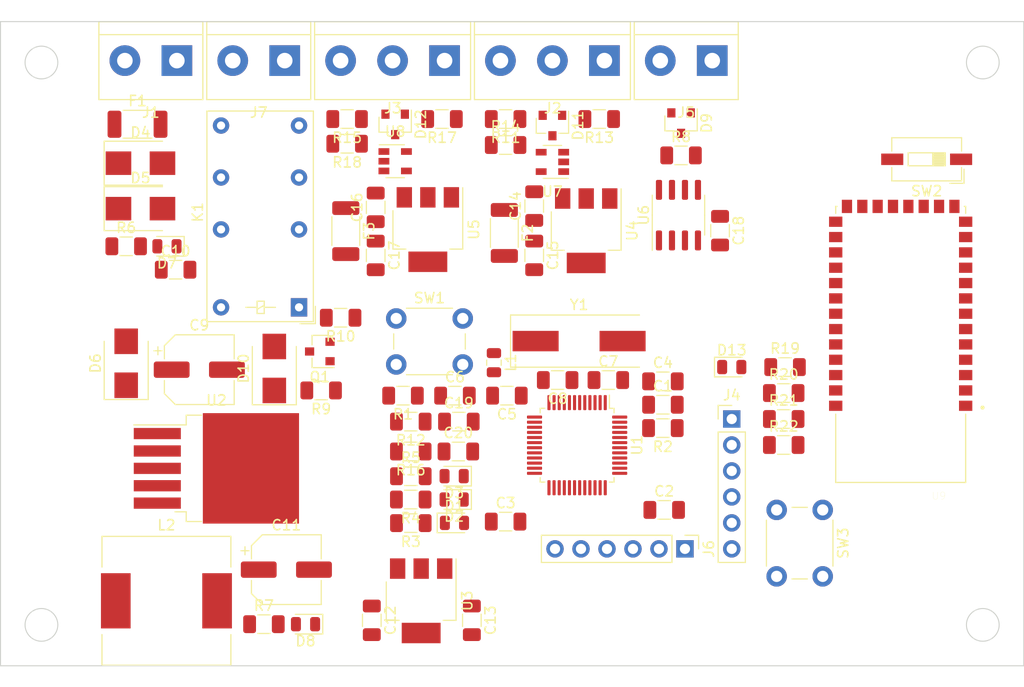
<source format=kicad_pcb>
(kicad_pcb (version 20171130) (host pcbnew "(5.1.9)-1")
  (layers (0 F.Cu signal) (31 B.Cu signal) (34 B.Paste user) (35 F.Paste user) (36 B.SilkS user) (37 F.SilkS user) (38 B.Mask user) (39 F.Mask user) (44 Edge.Cuts user))
  (net 0 "")
  (net 1 SW_GND)
  (net 2 3V3_SYS)
  (net 3 3V3_A)
  (net 4 NRST)
  (net 5 XTAL1)
  (net 6 XTAL2)
  (net 7 +24V)
  (net 8 +5V)
  (net 9 "Net-(C15-Pad1)")
  (net 10 "Net-(C17-Pad1)")
  (net 11 Ain0)
  (net 12 Ain1)
  (net 13 Led3)
  (net 14 "Net-(D1-Pad2)")
  (net 15 Led2)
  (net 16 "Net-(D2-Pad2)")
  (net 17 "Net-(D3-Pad2)")
  (net 18 Led1)
  (net 19 "Net-(D6-Pad1)")
  (net 20 "Net-(D7-Pad2)")
  (net 21 "Net-(D8-Pad2)")
  (net 22 CAN_H)
  (net 23 CAN_L)
  (net 24 "Net-(D10-Pad1)")
  (net 25 "Net-(D11-Pad1)")
  (net 26 "Net-(D11-Pad3)")
  (net 27 "Net-(D12-Pad3)")
  (net 28 3V3_POT2)
  (net 29 "Net-(D13-Pad2)")
  (net 30 "Net-(F1-Pad2)")
  (net 31 3V3_POT1)
  (net 32 "Net-(J2-Pad3)")
  (net 33 "Net-(J2-Pad1)")
  (net 34 "Net-(J3-Pad1)")
  (net 35 "Net-(J3-Pad3)")
  (net 36 BT_TX)
  (net 37 BT_RX)
  (net 38 BT_KEY)
  (net 39 BT_LED)
  (net 40 SWCLK)
  (net 41 SWDIO)
  (net 42 "Net-(J6-Pad6)")
  (net 43 SAFETY2)
  (net 44 SAFETY1)
  (net 45 "Net-(K1-Pad21)")
  (net 46 "Net-(K1-Pad22)")
  (net 47 "Net-(K1-Pad24)")
  (net 48 "Net-(K1-Pad12)")
  (net 49 "Net-(Q1-Pad1)")
  (net 50 "Net-(R2-Pad2)")
  (net 51 EN_RELAY)
  (net 52 "Net-(R12-Pad2)")
  (net 53 "Net-(R14-Pad2)")
  (net 54 "Net-(R16-Pad2)")
  (net 55 "Net-(R18-Pad2)")
  (net 56 "Net-(R19-Pad2)")
  (net 57 "Net-(R20-Pad2)")
  (net 58 "Net-(R21-Pad2)")
  (net 59 "Net-(SW2-Pad1)")
  (net 60 "Net-(U1-Pad2)")
  (net 61 "Net-(U1-Pad3)")
  (net 62 "Net-(U1-Pad4)")
  (net 63 "Net-(U1-Pad10)")
  (net 64 "Net-(U1-Pad18)")
  (net 65 "Net-(U1-Pad19)")
  (net 66 "Net-(U1-Pad20)")
  (net 67 "Net-(U1-Pad21)")
  (net 68 "Net-(U1-Pad22)")
  (net 69 "Net-(U1-Pad25)")
  (net 70 "Net-(U1-Pad26)")
  (net 71 "Net-(U1-Pad27)")
  (net 72 "Net-(U1-Pad28)")
  (net 73 "Net-(U1-Pad29)")
  (net 74 CAN_RX)
  (net 75 CAN_TX)
  (net 76 "Net-(U1-Pad38)")
  (net 77 "Net-(U1-Pad39)")
  (net 78 "Net-(U1-Pad46)")
  (net 79 "Net-(U7-Pad5)")
  (net 80 "Net-(U9-Pad11)")
  (net 81 "Net-(U9-Pad10)")
  (net 82 "Net-(U9-Pad9)")
  (net 83 "Net-(U9-Pad8)")
  (net 84 "Net-(U9-Pad7)")
  (net 85 "Net-(U9-Pad6)")
  (net 86 "Net-(U9-Pad5)")
  (net 87 "Net-(U9-Pad4)")
  (net 88 "Net-(U9-Pad3)")
  (net 89 "Net-(U9-Pad33)")
  (net 90 "Net-(U9-Pad30)")
  (net 91 "Net-(U9-Pad29)")
  (net 92 "Net-(U9-Pad28)")
  (net 93 "Net-(U9-Pad27)")
  (net 94 "Net-(U9-Pad26)")
  (net 95 "Net-(U9-Pad25)")
  (net 96 "Net-(U9-Pad24)")
  (net 97 "Net-(U9-Pad23)")
  (net 98 "Net-(U9-Pad20)")
  (net 99 "Net-(U9-Pad19)")
  (net 100 "Net-(U9-Pad18)")
  (net 101 "Net-(U9-Pad16)")
  (net 102 "Net-(U9-Pad15)")
  (net 103 "Net-(U9-Pad17)")
  (net 104 "Net-(U1-Pad13)")
  (net 105 "Net-(U1-Pad14)")
  (net 106 "Net-(U1-Pad30)")
  (net 107 "Net-(U1-Pad31)")
  (module Fuse:Fuse_2010_5025Metric (layer F.Cu) (at 105.791 73.061 270)
    (fp_text reference F3 (at 0 -2.28 90) (layer F.SilkS))
    (fp_text value Fuse)
    (pad 2 smd roundrect (at 2.25 0 270) (size 1.35 2.65) (layers F.Cu F.Paste F.Mask) (roundrect_rratio 0.185185) (net 10 "Net-(C17-Pad1)"))
    (pad 1 smd roundrect (at -2.25 0 270) (size 1.35 2.65) (layers F.Cu F.Paste F.Mask) (roundrect_rratio 0.185185) (net 28 3V3_POT2))
  )
  (module Fuse:Fuse_2010_5025Metric (layer F.Cu) (at 121.285 73.243 270)
    (fp_text reference F2 (at 0 -2.28 90) (layer F.SilkS))
    (fp_text value Fuse)
    (pad 2 smd roundrect (at 2.25 0 270) (size 1.35 2.65) (layers F.Cu F.Paste F.Mask) (roundrect_rratio 0.185185) (net 9 "Net-(C15-Pad1)"))
    (pad 1 smd roundrect (at -2.25 0 270) (size 1.35 2.65) (layers F.Cu F.Paste F.Mask) (roundrect_rratio 0.185185) (net 31 3V3_POT1))
  )
  (module Fuse:Fuse_2010_5025Metric (layer F.Cu) (at 85.435 62.611)
    (fp_text reference F1 (at 0 -2.28) (layer F.SilkS))
    (fp_text value 500mA)
    (pad 2 smd roundrect (at 2.25 0) (size 1.35 2.65) (layers F.Cu F.Paste F.Mask) (roundrect_rratio 0.185185) (net 30 "Net-(F1-Pad2)"))
    (pad 1 smd roundrect (at -2.25 0) (size 1.35 2.65) (layers F.Cu F.Paste F.Mask) (roundrect_rratio 0.185185) (net 7 +24V))
  )
  (module Capacitor_SMD:C_1206_3216Metric (layer F.Cu) (at 136.782 90.043)
    (fp_text reference C1 (at 0 -1.82) (layer F.SilkS))
    (fp_text value 100nF)
    (pad 2 smd roundrect (at 1.4 0) (size 1.25 1.75) (layers F.Cu F.Paste F.Mask) (roundrect_rratio 0.2) (net 1 SW_GND))
    (pad 1 smd roundrect (at -1.4 0) (size 1.25 1.75) (layers F.Cu F.Paste F.Mask) (roundrect_rratio 0.2) (net 2 3V3_SYS))
  )
  (module Capacitor_SMD:C_1206_3216Metric (layer F.Cu) (at 136.909 100.33)
    (fp_text reference C2 (at 0 -1.82) (layer F.SilkS))
    (fp_text value 100nF)
    (pad 2 smd roundrect (at 1.4 0) (size 1.25 1.75) (layers F.Cu F.Paste F.Mask) (roundrect_rratio 0.2) (net 1 SW_GND))
    (pad 1 smd roundrect (at -1.4 0) (size 1.25 1.75) (layers F.Cu F.Paste F.Mask) (roundrect_rratio 0.2) (net 2 3V3_SYS))
  )
  (module Capacitor_SMD:C_1206_3216Metric (layer F.Cu) (at 121.409 101.473)
    (fp_text reference C3 (at 0 -1.82) (layer F.SilkS))
    (fp_text value 100nF)
    (pad 2 smd roundrect (at 1.4 0) (size 1.25 1.75) (layers F.Cu F.Paste F.Mask) (roundrect_rratio 0.2) (net 1 SW_GND))
    (pad 1 smd roundrect (at -1.4 0) (size 1.25 1.75) (layers F.Cu F.Paste F.Mask) (roundrect_rratio 0.2) (net 2 3V3_SYS))
  )
  (module Capacitor_SMD:C_1206_3216Metric (layer F.Cu) (at 136.782 87.757)
    (fp_text reference C4 (at 0 -1.82) (layer F.SilkS))
    (fp_text value 100nF)
    (pad 1 smd roundrect (at -1.4 0) (size 1.25 1.75) (layers F.Cu F.Paste F.Mask) (roundrect_rratio 0.2) (net 2 3V3_SYS))
    (pad 2 smd roundrect (at 1.4 0) (size 1.25 1.75) (layers F.Cu F.Paste F.Mask) (roundrect_rratio 0.2) (net 1 SW_GND))
  )
  (module Capacitor_SMD:C_1206_3216Metric (layer F.Cu) (at 121.536 89.154 180)
    (fp_text reference C5 (at 0 -1.82) (layer F.SilkS))
    (fp_text value 100nF)
    (pad 1 smd roundrect (at -1.4 0 180) (size 1.25 1.75) (layers F.Cu F.Paste F.Mask) (roundrect_rratio 0.2) (net 3 3V3_A))
    (pad 2 smd roundrect (at 1.4 0 180) (size 1.25 1.75) (layers F.Cu F.Paste F.Mask) (roundrect_rratio 0.2) (net 1 SW_GND))
  )
  (module Capacitor_SMD:C_1206_3216Metric (layer F.Cu) (at 116.459 89.154)
    (fp_text reference C6 (at 0 -1.82) (layer F.SilkS))
    (fp_text value 100nF)
    (pad 1 smd roundrect (at -1.4 0) (size 1.25 1.75) (layers F.Cu F.Paste F.Mask) (roundrect_rratio 0.2) (net 4 NRST))
    (pad 2 smd roundrect (at 1.4 0) (size 1.25 1.75) (layers F.Cu F.Paste F.Mask) (roundrect_rratio 0.2) (net 1 SW_GND))
  )
  (module Capacitor_SMD:C_1206_3216Metric (layer F.Cu) (at 131.448 87.63)
    (fp_text reference C7 (at 0 -1.82) (layer F.SilkS))
    (fp_text value 22pF)
    (pad 2 smd roundrect (at 1.4 0) (size 1.25 1.75) (layers F.Cu F.Paste F.Mask) (roundrect_rratio 0.2) (net 1 SW_GND))
    (pad 1 smd roundrect (at -1.4 0) (size 1.25 1.75) (layers F.Cu F.Paste F.Mask) (roundrect_rratio 0.2) (net 5 XTAL1))
  )
  (module Capacitor_SMD:C_1206_3216Metric (layer F.Cu) (at 126.495 87.63 180)
    (fp_text reference C8 (at 0 -1.82) (layer F.SilkS))
    (fp_text value 22pF)
    (pad 1 smd roundrect (at -1.4 0 180) (size 1.25 1.75) (layers F.Cu F.Paste F.Mask) (roundrect_rratio 0.2) (net 6 XTAL2))
    (pad 2 smd roundrect (at 1.4 0 180) (size 1.25 1.75) (layers F.Cu F.Paste F.Mask) (roundrect_rratio 0.2) (net 1 SW_GND))
  )
  (module Capacitor_SMD:CP_Elec_6.3x7.7 (layer F.Cu) (at 91.473 86.614)
    (fp_text reference C9 (at 0 -4.35) (layer F.SilkS))
    (fp_text value 100u)
    (pad 1 smd roundrect (at -2.7 0) (size 3.5 1.6) (layers F.Cu F.Paste F.Mask) (roundrect_rratio 0.15625) (net 7 +24V))
    (pad 2 smd roundrect (at 2.7 0) (size 3.5 1.6) (layers F.Cu F.Paste F.Mask) (roundrect_rratio 0.15625) (net 1 SW_GND))
  )
  (module Capacitor_SMD:C_1206_3216Metric (layer F.Cu) (at 89.157 76.835)
    (fp_text reference C10 (at 0 -1.82) (layer F.SilkS))
    (fp_text value 100nF)
    (pad 2 smd roundrect (at 1.4 0) (size 1.25 1.75) (layers F.Cu F.Paste F.Mask) (roundrect_rratio 0.2) (net 1 SW_GND))
    (pad 1 smd roundrect (at -1.4 0) (size 1.25 1.75) (layers F.Cu F.Paste F.Mask) (roundrect_rratio 0.2) (net 7 +24V))
  )
  (module Capacitor_SMD:CP_Elec_6.3x7.7 (layer F.Cu) (at 99.982 106.172)
    (fp_text reference C11 (at 0 -4.35) (layer F.SilkS))
    (fp_text value 220u)
    (pad 2 smd roundrect (at 2.7 0) (size 3.5 1.6) (layers F.Cu F.Paste F.Mask) (roundrect_rratio 0.15625) (net 1 SW_GND))
    (pad 1 smd roundrect (at -2.7 0) (size 3.5 1.6) (layers F.Cu F.Paste F.Mask) (roundrect_rratio 0.15625) (net 8 +5V))
  )
  (module Capacitor_SMD:C_1206_3216Metric (layer F.Cu) (at 108.331 111.128 270)
    (fp_text reference C12 (at 0 -1.82 90) (layer F.SilkS))
    (fp_text value 100nF)
    (pad 1 smd roundrect (at -1.4 0 270) (size 1.25 1.75) (layers F.Cu F.Paste F.Mask) (roundrect_rratio 0.2) (net 8 +5V))
    (pad 2 smd roundrect (at 1.4 0 270) (size 1.25 1.75) (layers F.Cu F.Paste F.Mask) (roundrect_rratio 0.2) (net 1 SW_GND))
  )
  (module Capacitor_SMD:C_1206_3216Metric (layer F.Cu) (at 118.11 111.128 270)
    (fp_text reference C13 (at 0 -1.82 90) (layer F.SilkS))
    (fp_text value 100nF)
    (pad 2 smd roundrect (at 1.4 0 270) (size 1.25 1.75) (layers F.Cu F.Paste F.Mask) (roundrect_rratio 0.2) (net 1 SW_GND))
    (pad 1 smd roundrect (at -1.4 0 270) (size 1.25 1.75) (layers F.Cu F.Paste F.Mask) (roundrect_rratio 0.2) (net 2 3V3_SYS))
  )
  (module Capacitor_SMD:C_1206_3216Metric (layer F.Cu) (at 124.206 70.615 90)
    (fp_text reference C14 (at 0 -1.82 90) (layer F.SilkS))
    (fp_text value 100nF)
    (pad 2 smd roundrect (at 1.4 0 90) (size 1.25 1.75) (layers F.Cu F.Paste F.Mask) (roundrect_rratio 0.2) (net 1 SW_GND))
    (pad 1 smd roundrect (at -1.4 0 90) (size 1.25 1.75) (layers F.Cu F.Paste F.Mask) (roundrect_rratio 0.2) (net 8 +5V))
  )
  (module Capacitor_SMD:C_1206_3216Metric (layer F.Cu) (at 124.206 75.435 270)
    (fp_text reference C15 (at 0 -1.82 90) (layer F.SilkS))
    (fp_text value 100nF)
    (pad 1 smd roundrect (at -1.4 0 270) (size 1.25 1.75) (layers F.Cu F.Paste F.Mask) (roundrect_rratio 0.2) (net 9 "Net-(C15-Pad1)"))
    (pad 2 smd roundrect (at 1.4 0 270) (size 1.25 1.75) (layers F.Cu F.Paste F.Mask) (roundrect_rratio 0.2) (net 1 SW_GND))
  )
  (module Capacitor_SMD:C_1206_3216Metric (layer F.Cu) (at 108.712 70.742 90)
    (fp_text reference C16 (at 0 -1.82 90) (layer F.SilkS))
    (fp_text value 100nF)
    (pad 1 smd roundrect (at -1.4 0 90) (size 1.25 1.75) (layers F.Cu F.Paste F.Mask) (roundrect_rratio 0.2) (net 8 +5V))
    (pad 2 smd roundrect (at 1.4 0 90) (size 1.25 1.75) (layers F.Cu F.Paste F.Mask) (roundrect_rratio 0.2) (net 1 SW_GND))
  )
  (module Capacitor_SMD:C_1206_3216Metric (layer F.Cu) (at 108.712 75.441 270)
    (fp_text reference C17 (at 0 -1.82 90) (layer F.SilkS))
    (fp_text value 100nF)
    (pad 1 smd roundrect (at -1.4 0 270) (size 1.25 1.75) (layers F.Cu F.Paste F.Mask) (roundrect_rratio 0.2) (net 10 "Net-(C17-Pad1)"))
    (pad 2 smd roundrect (at 1.4 0 270) (size 1.25 1.75) (layers F.Cu F.Paste F.Mask) (roundrect_rratio 0.2) (net 1 SW_GND))
  )
  (module Capacitor_SMD:C_1206_3216Metric (layer F.Cu) (at 142.367 73.022 270)
    (fp_text reference C18 (at 0 -1.82 90) (layer F.SilkS))
    (fp_text value 100nF)
    (pad 2 smd roundrect (at 1.4 0 270) (size 1.25 1.75) (layers F.Cu F.Paste F.Mask) (roundrect_rratio 0.2) (net 1 SW_GND))
    (pad 1 smd roundrect (at -1.4 0 270) (size 1.25 1.75) (layers F.Cu F.Paste F.Mask) (roundrect_rratio 0.2) (net 8 +5V))
  )
  (module Capacitor_SMD:C_1206_3216Metric (layer F.Cu) (at 116.84 91.694)
    (fp_text reference C19 (at 0 -1.82) (layer F.SilkS))
    (fp_text value 100n)
    (pad 2 smd roundrect (at 1.4 0) (size 1.25 1.75) (layers F.Cu F.Paste F.Mask) (roundrect_rratio 0.2) (net 1 SW_GND))
    (pad 1 smd roundrect (at -1.4 0) (size 1.25 1.75) (layers F.Cu F.Paste F.Mask) (roundrect_rratio 0.2) (net 11 Ain0))
  )
  (module Capacitor_SMD:C_1206_3216Metric (layer F.Cu) (at 116.791001 94.617001)
    (fp_text reference C20 (at 0 -1.82) (layer F.SilkS))
    (fp_text value 100n)
    (pad 2 smd roundrect (at 1.4 0) (size 1.25 1.75) (layers F.Cu F.Paste F.Mask) (roundrect_rratio 0.2) (net 1 SW_GND))
    (pad 1 smd roundrect (at -1.4 0) (size 1.25 1.75) (layers F.Cu F.Paste F.Mask) (roundrect_rratio 0.2) (net 12 Ain1))
  )
  (module LED_SMD:LED_0805_2012Metric (layer F.Cu) (at 116.4105 101.6)
    (fp_text reference D1 (at 0 -1.65) (layer F.SilkS))
    (fp_text value LED)
    (pad 1 smd roundrect (at -0.9375 0) (size 0.975 1.4) (layers F.Cu F.Paste F.Mask) (net 13 Led3))
    (pad 2 smd roundrect (at 0.9375 0) (size 0.975 1.4) (layers F.Cu F.Paste F.Mask) (net 14 "Net-(D1-Pad2)"))
  )
  (module LED_SMD:LED_0805_2012Metric (layer F.Cu) (at 116.3805 99.314 180)
    (fp_text reference D2 (at 0 -1.65) (layer F.SilkS))
    (fp_text value LED)
    (pad 1 smd roundrect (at -0.9375 0 180) (size 0.975 1.4) (layers F.Cu F.Paste F.Mask) (net 15 Led2))
    (pad 2 smd roundrect (at 0.9375 0 180) (size 0.975 1.4) (layers F.Cu F.Paste F.Mask) (net 16 "Net-(D2-Pad2)"))
  )
  (module LED_SMD:LED_0805_2012Metric (layer F.Cu) (at 116.3805 97.028 180)
    (fp_text reference D3 (at 0 -1.65) (layer F.SilkS))
    (fp_text value LED)
    (pad 2 smd roundrect (at 0.9375 0 180) (size 0.975 1.4) (layers F.Cu F.Paste F.Mask) (net 17 "Net-(D3-Pad2)"))
    (pad 1 smd roundrect (at -0.9375 0 180) (size 0.975 1.4) (layers F.Cu F.Paste F.Mask) (net 18 Led1))
  )
  (module Diode_SMD:D_SMB (layer F.Cu) (at 85.725 66.421)
    (fp_text reference D4 (at 0 -3) (layer F.SilkS))
    (fp_text value 30V)
    (pad 2 smd rect (at 2.15 0) (size 2.5 2.3) (layers F.Cu F.Paste F.Mask) (net 1 SW_GND))
    (pad 1 smd rect (at -2.15 0) (size 2.5 2.3) (layers F.Cu F.Paste F.Mask) (net 7 +24V))
  )
  (module Diode_SMD:D_SMB (layer F.Cu) (at 85.725 70.866)
    (fp_text reference D5 (at 0 -3) (layer F.SilkS))
    (fp_text value "Fast diode")
    (pad 1 smd rect (at -2.15 0) (size 2.5 2.3) (layers F.Cu F.Paste F.Mask) (net 7 +24V))
    (pad 2 smd rect (at 2.15 0) (size 2.5 2.3) (layers F.Cu F.Paste F.Mask) (net 1 SW_GND))
  )
  (module Diode_SMD:D_SMB (layer F.Cu) (at 84.328 85.988 90)
    (fp_text reference D6 (at 0 -3 90) (layer F.SilkS))
    (fp_text value D_Schottky)
    (pad 1 smd rect (at -2.15 0 90) (size 2.5 2.3) (layers F.Cu F.Paste F.Mask) (net 19 "Net-(D6-Pad1)"))
    (pad 2 smd rect (at 2.15 0 90) (size 2.5 2.3) (layers F.Cu F.Paste F.Mask) (net 1 SW_GND))
  )
  (module LED_SMD:LED_0805_2012Metric (layer F.Cu) (at 88.3135 74.549 180)
    (fp_text reference D7 (at 0 -1.65) (layer F.SilkS))
    (fp_text value LED)
    (pad 1 smd roundrect (at -0.9375 0 180) (size 0.975 1.4) (layers F.Cu F.Paste F.Mask) (net 1 SW_GND))
    (pad 2 smd roundrect (at 0.9375 0 180) (size 0.975 1.4) (layers F.Cu F.Paste F.Mask) (net 20 "Net-(D7-Pad2)"))
  )
  (module LED_SMD:LED_0805_2012Metric (layer F.Cu) (at 101.854 111.506 180)
    (fp_text reference D8 (at 0 -1.65) (layer F.SilkS))
    (fp_text value LED)
    (pad 2 smd roundrect (at 0.9375 0 180) (size 0.975 1.4) (layers F.Cu F.Paste F.Mask) (net 21 "Net-(D8-Pad2)"))
    (pad 1 smd roundrect (at -0.9375 0 180) (size 0.975 1.4) (layers F.Cu F.Paste F.Mask) (net 1 SW_GND))
  )
  (module Package_TO_SOT_SMD:SOT-23 (layer F.Cu) (at 138.557 62.5 270)
    (fp_text reference D9 (at 0 -2.5 90) (layer F.SilkS))
    (fp_text value PESD2CAN.215)
    (pad 3 smd rect (at 1 0 270) (size 0.9 0.8) (layers F.Cu F.Paste F.Mask) (net 1 SW_GND))
    (pad 2 smd rect (at -1 0.95 270) (size 0.9 0.8) (layers F.Cu F.Paste F.Mask) (net 22 CAN_H))
    (pad 1 smd rect (at -1 -0.95 270) (size 0.9 0.8) (layers F.Cu F.Paste F.Mask) (net 23 CAN_L))
  )
  (module Diode_SMD:D_SMB (layer F.Cu) (at 98.806 86.496 90)
    (fp_text reference D10 (at 0 -3 90) (layer F.SilkS))
    (fp_text value DIODE)
    (pad 2 smd rect (at 2.15 0 90) (size 2.5 2.3) (layers F.Cu F.Paste F.Mask) (net 8 +5V))
    (pad 1 smd rect (at -2.15 0 90) (size 2.5 2.3) (layers F.Cu F.Paste F.Mask) (net 24 "Net-(D10-Pad1)"))
  )
  (module Package_TO_SOT_SMD:SOT-23 (layer F.Cu) (at 125.984 62.738 270)
    (fp_text reference D11 (at 0 -2.5 90) (layer F.SilkS))
    (fp_text value D_TVS_x2_AAC)
    (pad 1 smd rect (at -1 -0.95 270) (size 0.9 0.8) (layers F.Cu F.Paste F.Mask) (net 25 "Net-(D11-Pad1)"))
    (pad 2 smd rect (at -1 0.95 270) (size 0.9 0.8) (layers F.Cu F.Paste F.Mask) (net 1 SW_GND))
    (pad 3 smd rect (at 1 0 270) (size 0.9 0.8) (layers F.Cu F.Paste F.Mask) (net 26 "Net-(D11-Pad3)"))
  )
  (module Package_TO_SOT_SMD:SOT-23 (layer F.Cu) (at 110.617 62.627 270)
    (fp_text reference D12 (at 0 -2.5 90) (layer F.SilkS))
    (fp_text value D_TVS_x2_AAC)
    (pad 3 smd rect (at 1 0 270) (size 0.9 0.8) (layers F.Cu F.Paste F.Mask) (net 27 "Net-(D12-Pad3)"))
    (pad 2 smd rect (at -1 0.95 270) (size 0.9 0.8) (layers F.Cu F.Paste F.Mask) (net 1 SW_GND))
    (pad 1 smd rect (at -1 -0.95 270) (size 0.9 0.8) (layers F.Cu F.Paste F.Mask) (net 28 3V3_POT2))
  )
  (module Diode_SMD:D_0805_2012Metric (layer F.Cu) (at 143.51 86.36)
    (fp_text reference D13 (at 0 -1.65) (layer F.SilkS))
    (fp_text value LED)
    (pad 1 smd roundrect (at -0.9375 0) (size 0.975 1.4) (layers F.Cu F.Paste F.Mask) (net 1 SW_GND))
    (pad 2 smd roundrect (at 0.9375 0) (size 0.975 1.4) (layers F.Cu F.Paste F.Mask) (net 29 "Net-(D13-Pad2)"))
  )
  (module TerminalBlock:TerminalBlock_bornier-2_P5.08mm (layer F.Cu) (at 89.281 56.388 180)
    (fp_text reference J1 (at 2.54 -5.08) (layer F.SilkS))
    (fp_text value Screw_Terminal_01x02)
    (pad 1 thru_hole rect (at 0 0 180) (size 3 3) (drill 1.52) (layers *.Cu *.Mask) (net 1 SW_GND))
    (pad 2 thru_hole circle (at 5.08 0 180) (size 3 3) (drill 1.52) (layers *.Cu *.Mask) (net 30 "Net-(F1-Pad2)"))
  )
  (module TerminalBlock:TerminalBlock_bornier-3_P5.08mm (layer F.Cu) (at 131.064 56.388 180)
    (fp_text reference J2 (at 5.05 -4.65) (layer F.SilkS))
    (fp_text value Screw_Terminal_01x03)
    (pad 3 thru_hole circle (at 10.16 0 180) (size 3 3) (drill 1.52) (layers *.Cu *.Mask) (net 32 "Net-(J2-Pad3)"))
    (pad 2 thru_hole circle (at 5.08 0 180) (size 3 3) (drill 1.52) (layers *.Cu *.Mask) (net 26 "Net-(D11-Pad3)"))
    (pad 1 thru_hole rect (at 0 0 180) (size 3 3) (drill 1.52) (layers *.Cu *.Mask) (net 33 "Net-(J2-Pad1)"))
  )
  (module TerminalBlock:TerminalBlock_bornier-3_P5.08mm (layer F.Cu) (at 115.443 56.388 180)
    (fp_text reference J3 (at 5.05 -4.65) (layer F.SilkS))
    (fp_text value Screw_Terminal_01x03)
    (pad 1 thru_hole rect (at 0 0 180) (size 3 3) (drill 1.52) (layers *.Cu *.Mask) (net 34 "Net-(J3-Pad1)"))
    (pad 2 thru_hole circle (at 5.08 0 180) (size 3 3) (drill 1.52) (layers *.Cu *.Mask) (net 27 "Net-(D12-Pad3)"))
    (pad 3 thru_hole circle (at 10.16 0 180) (size 3 3) (drill 1.52) (layers *.Cu *.Mask) (net 35 "Net-(J3-Pad3)"))
  )
  (module Connector_PinHeader_2.54mm:PinHeader_1x06_P2.54mm_Vertical (layer F.Cu) (at 143.51 91.44)
    (fp_text reference J4 (at 0 -2.33) (layer F.SilkS))
    (fp_text value Conn_01x06_Male)
    (pad 6 thru_hole oval (at 0 12.7) (size 1.7 1.7) (drill 1) (layers *.Cu *.Mask) (net 2 3V3_SYS))
    (pad 5 thru_hole oval (at 0 10.16) (size 1.7 1.7) (drill 1) (layers *.Cu *.Mask) (net 1 SW_GND))
    (pad 4 thru_hole oval (at 0 7.62) (size 1.7 1.7) (drill 1) (layers *.Cu *.Mask) (net 36 BT_TX))
    (pad 3 thru_hole oval (at 0 5.08) (size 1.7 1.7) (drill 1) (layers *.Cu *.Mask) (net 37 BT_RX))
    (pad 2 thru_hole oval (at 0 2.54) (size 1.7 1.7) (drill 1) (layers *.Cu *.Mask) (net 38 BT_KEY))
    (pad 1 thru_hole rect (at 0 0) (size 1.7 1.7) (drill 1) (layers *.Cu *.Mask) (net 39 BT_LED))
  )
  (module TerminalBlock:TerminalBlock_bornier-2_P5.08mm (layer F.Cu) (at 141.605 56.388 180)
    (fp_text reference J5 (at 2.54 -5.08) (layer F.SilkS))
    (fp_text value Screw_Terminal_01x02)
    (pad 1 thru_hole rect (at 0 0 180) (size 3 3) (drill 1.52) (layers *.Cu *.Mask) (net 23 CAN_L))
    (pad 2 thru_hole circle (at 5.08 0 180) (size 3 3) (drill 1.52) (layers *.Cu *.Mask) (net 22 CAN_H))
  )
  (module Connector_PinHeader_2.54mm:PinHeader_1x06_P2.54mm_Vertical (layer F.Cu) (at 138.938 104.14 270)
    (fp_text reference J6 (at 0 -2.33 90) (layer F.SilkS))
    (fp_text value Conn_01x06_Male)
    (pad 1 thru_hole rect (at 0 0 270) (size 1.7 1.7) (drill 1) (layers *.Cu *.Mask) (net 2 3V3_SYS))
    (pad 2 thru_hole oval (at 0 2.54 270) (size 1.7 1.7) (drill 1) (layers *.Cu *.Mask) (net 40 SWCLK))
    (pad 3 thru_hole oval (at 0 5.08 270) (size 1.7 1.7) (drill 1) (layers *.Cu *.Mask) (net 1 SW_GND))
    (pad 4 thru_hole oval (at 0 7.62 270) (size 1.7 1.7) (drill 1) (layers *.Cu *.Mask) (net 41 SWDIO))
    (pad 5 thru_hole oval (at 0 10.16 270) (size 1.7 1.7) (drill 1) (layers *.Cu *.Mask) (net 4 NRST))
    (pad 6 thru_hole oval (at 0 12.7 270) (size 1.7 1.7) (drill 1) (layers *.Cu *.Mask) (net 42 "Net-(J6-Pad6)"))
  )
  (module TerminalBlock:TerminalBlock_bornier-2_P5.08mm (layer F.Cu) (at 99.822 56.388 180)
    (fp_text reference J7 (at 2.54 -5.08) (layer F.SilkS))
    (fp_text value Screw_Terminal_01x02)
    (pad 2 thru_hole circle (at 5.08 0 180) (size 3 3) (drill 1.52) (layers *.Cu *.Mask) (net 43 SAFETY2))
    (pad 1 thru_hole rect (at 0 0 180) (size 3 3) (drill 1.52) (layers *.Cu *.Mask) (net 44 SAFETY1))
  )
  (module Relay_THT:Relay_DPDT_Finder_30.22 (layer F.Cu) (at 101.219 80.518 90)
    (fp_text reference K1 (at 9.3 -9.9 90) (layer F.SilkS))
    (fp_text value FINDER-30.22)
    (pad 21 thru_hole circle (at 7.62 -7.62 180) (size 1.6 1.6) (drill 0.8) (layers *.Cu *.Mask) (net 45 "Net-(K1-Pad21)"))
    (pad 22 thru_hole circle (at 12.7 -7.62 180) (size 1.6 1.6) (drill 0.8) (layers *.Cu *.Mask) (net 46 "Net-(K1-Pad22)"))
    (pad 24 thru_hole circle (at 17.78 -7.62 270) (size 1.6 1.6) (drill 0.8) (layers *.Cu *.Mask) (net 47 "Net-(K1-Pad24)"))
    (pad A1 thru_hole rect (at 0 0 180) (size 1.6 1.8) (drill 0.8) (layers *.Cu *.Mask) (net 8 +5V))
    (pad A2 thru_hole circle (at 0 -7.62 180) (size 1.6 1.6) (drill 0.8) (layers *.Cu *.Mask) (net 24 "Net-(D10-Pad1)"))
    (pad 11 thru_hole circle (at 7.62 0 180) (size 1.6 1.6) (drill 0.8) (layers *.Cu *.Mask) (net 43 SAFETY2))
    (pad 14 thru_hole circle (at 17.78 0 180) (size 1.6 1.6) (drill 0.8) (layers *.Cu *.Mask) (net 44 SAFETY1))
    (pad 12 thru_hole circle (at 12.7 0 180) (size 1.6 1.6) (drill 0.8) (layers *.Cu *.Mask) (net 48 "Net-(K1-Pad12)"))
  )
  (module Inductor_SMD:L_0805_2012Metric (layer F.Cu) (at 120.269 85.9305 270)
    (fp_text reference L1 (at 0 -1.65 90) (layer F.SilkS))
    (fp_text value 10u)
    (pad 1 smd roundrect (at -0.9375 0 270) (size 0.975 1.4) (layers F.Cu F.Paste F.Mask) (net 2 3V3_SYS))
    (pad 2 smd roundrect (at 0.9375 0 270) (size 0.975 1.4) (layers F.Cu F.Paste F.Mask) (net 3 3V3_A))
  )
  (module Inductor_SMD:L_12x12mm_H8mm (layer F.Cu) (at 88.262 109.22)
    (fp_text reference L2 (at 0 -7.4) (layer F.SilkS))
    (fp_text value 33u)
    (pad 1 smd rect (at -4.95 0) (size 2.9 5.4) (layers F.Cu F.Paste F.Mask) (net 19 "Net-(D6-Pad1)"))
    (pad 2 smd rect (at 4.95 0) (size 2.9 5.4) (layers F.Cu F.Paste F.Mask) (net 8 +5V))
  )
  (module Package_TO_SOT_SMD:SOT-23 (layer F.Cu) (at 103.251 84.836 180)
    (fp_text reference Q1 (at 0 -2.5) (layer F.SilkS))
    (fp_text value BSS138)
    (pad 1 smd rect (at -1 -0.95 180) (size 0.9 0.8) (layers F.Cu F.Paste F.Mask) (net 49 "Net-(Q1-Pad1)"))
    (pad 2 smd rect (at -1 0.95 180) (size 0.9 0.8) (layers F.Cu F.Paste F.Mask) (net 1 SW_GND))
    (pad 3 smd rect (at 1 0 180) (size 0.9 0.8) (layers F.Cu F.Paste F.Mask) (net 24 "Net-(D10-Pad1)"))
  )
  (module Resistor_SMD:R_1206_3216Metric (layer F.Cu) (at 111.382 89.154 180)
    (fp_text reference R1 (at 0 -1.82) (layer F.SilkS))
    (fp_text value 10k)
    (pad 2 smd roundrect (at 1.4 0 180) (size 1.25 1.75) (layers F.Cu F.Paste F.Mask) (roundrect_rratio 0.2) (net 2 3V3_SYS))
    (pad 1 smd roundrect (at -1.4 0 180) (size 1.25 1.75) (layers F.Cu F.Paste F.Mask) (roundrect_rratio 0.2) (net 4 NRST))
  )
  (module Resistor_SMD:R_1206_3216Metric (layer F.Cu) (at 136.779 92.329 180)
    (fp_text reference R2 (at 0 -1.82) (layer F.SilkS))
    (fp_text value 10k)
    (pad 2 smd roundrect (at 1.4 0 180) (size 1.25 1.75) (layers F.Cu F.Paste F.Mask) (roundrect_rratio 0.2) (net 50 "Net-(R2-Pad2)"))
    (pad 1 smd roundrect (at -1.4 0 180) (size 1.25 1.75) (layers F.Cu F.Paste F.Mask) (roundrect_rratio 0.2) (net 1 SW_GND))
  )
  (module Resistor_SMD:R_1206_3216Metric (layer F.Cu) (at 112.146001 101.622001 180)
    (fp_text reference R3 (at 0 -1.82) (layer F.SilkS))
    (fp_text value 300R)
    (pad 2 smd roundrect (at 1.4 0 180) (size 1.25 1.75) (layers F.Cu F.Paste F.Mask) (roundrect_rratio 0.2) (net 2 3V3_SYS))
    (pad 1 smd roundrect (at -1.4 0 180) (size 1.25 1.75) (layers F.Cu F.Paste F.Mask) (roundrect_rratio 0.2) (net 14 "Net-(D1-Pad2)"))
  )
  (module Resistor_SMD:R_1206_3216Metric (layer F.Cu) (at 112.138 99.314 180)
    (fp_text reference R4 (at 0 -1.82) (layer F.SilkS))
    (fp_text value 300R)
    (pad 1 smd roundrect (at -1.4 0 180) (size 1.25 1.75) (layers F.Cu F.Paste F.Mask) (roundrect_rratio 0.2) (net 16 "Net-(D2-Pad2)"))
    (pad 2 smd roundrect (at 1.4 0 180) (size 1.25 1.75) (layers F.Cu F.Paste F.Mask) (roundrect_rratio 0.2) (net 2 3V3_SYS))
  )
  (module Resistor_SMD:R_1206_3216Metric (layer F.Cu) (at 112.146001 97.038001)
    (fp_text reference R5 (at 0 -1.82) (layer F.SilkS))
    (fp_text value 300R)
    (pad 2 smd roundrect (at 1.4 0) (size 1.25 1.75) (layers F.Cu F.Paste F.Mask) (roundrect_rratio 0.2) (net 17 "Net-(D3-Pad2)"))
    (pad 1 smd roundrect (at -1.4 0) (size 1.25 1.75) (layers F.Cu F.Paste F.Mask) (roundrect_rratio 0.2) (net 2 3V3_SYS))
  )
  (module Resistor_SMD:R_1206_3216Metric (layer F.Cu) (at 84.328 74.549)
    (fp_text reference R6 (at 0 -1.82) (layer F.SilkS))
    (fp_text value 4k7R)
    (pad 2 smd roundrect (at 1.4 0) (size 1.25 1.75) (layers F.Cu F.Paste F.Mask) (roundrect_rratio 0.2) (net 20 "Net-(D7-Pad2)"))
    (pad 1 smd roundrect (at -1.4 0) (size 1.25 1.75) (layers F.Cu F.Paste F.Mask) (roundrect_rratio 0.2) (net 7 +24V))
  )
  (module Resistor_SMD:R_1206_3216Metric (layer F.Cu) (at 97.79 111.506)
    (fp_text reference R7 (at 0 -1.82) (layer F.SilkS))
    (fp_text value 680R)
    (pad 2 smd roundrect (at 1.4 0) (size 1.25 1.75) (layers F.Cu F.Paste F.Mask) (roundrect_rratio 0.2) (net 21 "Net-(D8-Pad2)"))
    (pad 1 smd roundrect (at -1.4 0) (size 1.25 1.75) (layers F.Cu F.Paste F.Mask) (roundrect_rratio 0.2) (net 8 +5V))
  )
  (module Resistor_SMD:R_1206_3216Metric (layer F.Cu) (at 138.554 65.659)
    (fp_text reference R8 (at 0 -1.82) (layer F.SilkS))
    (fp_text value 120R)
    (pad 1 smd roundrect (at -1.4 0) (size 1.25 1.75) (layers F.Cu F.Paste F.Mask) (roundrect_rratio 0.2) (net 22 CAN_H))
    (pad 2 smd roundrect (at 1.4 0) (size 1.25 1.75) (layers F.Cu F.Paste F.Mask) (roundrect_rratio 0.2) (net 23 CAN_L))
  )
  (module Resistor_SMD:R_1206_3216Metric (layer F.Cu) (at 103.381 88.646 180)
    (fp_text reference R9 (at 0 -1.82) (layer F.SilkS))
    (fp_text value 100R)
    (pad 1 smd roundrect (at -1.4 0 180) (size 1.25 1.75) (layers F.Cu F.Paste F.Mask) (roundrect_rratio 0.2) (net 49 "Net-(Q1-Pad1)"))
    (pad 2 smd roundrect (at 1.4 0 180) (size 1.25 1.75) (layers F.Cu F.Paste F.Mask) (roundrect_rratio 0.2) (net 51 EN_RELAY))
  )
  (module Resistor_SMD:R_1206_3216Metric (layer F.Cu) (at 105.286 81.534 180)
    (fp_text reference R10 (at 0 -1.82) (layer F.SilkS))
    (fp_text value 10k)
    (pad 1 smd roundrect (at -1.4 0 180) (size 1.25 1.75) (layers F.Cu F.Paste F.Mask) (roundrect_rratio 0.2) (net 49 "Net-(Q1-Pad1)"))
    (pad 2 smd roundrect (at 1.4 0 180) (size 1.25 1.75) (layers F.Cu F.Paste F.Mask) (roundrect_rratio 0.2) (net 1 SW_GND))
  )
  (module Resistor_SMD:R_1206_3216Metric (layer F.Cu) (at 121.409 62.103 180)
    (fp_text reference R11 (at 0 -1.82) (layer F.SilkS))
    (fp_text value 220R)
    (pad 1 smd roundrect (at -1.4 0 180) (size 1.25 1.75) (layers F.Cu F.Paste F.Mask) (roundrect_rratio 0.2) (net 32 "Net-(J2-Pad3)"))
    (pad 2 smd roundrect (at 1.4 0 180) (size 1.25 1.75) (layers F.Cu F.Paste F.Mask) (roundrect_rratio 0.2) (net 31 3V3_POT1))
  )
  (module Resistor_SMD:R_1206_3216Metric (layer F.Cu) (at 112.141 91.694 180)
    (fp_text reference R12 (at 0 -1.82) (layer F.SilkS))
    (fp_text value 4k7)
    (pad 2 smd roundrect (at 1.4 0 180) (size 1.25 1.75) (layers F.Cu F.Paste F.Mask) (roundrect_rratio 0.2) (net 52 "Net-(R12-Pad2)"))
    (pad 1 smd roundrect (at -1.4 0 180) (size 1.25 1.75) (layers F.Cu F.Paste F.Mask) (roundrect_rratio 0.2) (net 11 Ain0))
  )
  (module Resistor_SMD:R_1206_3216Metric (layer F.Cu) (at 130.559 62.103 180)
    (fp_text reference R13 (at 0 -1.82) (layer F.SilkS))
    (fp_text value 0R)
    (pad 1 smd roundrect (at -1.4 0 180) (size 1.25 1.75) (layers F.Cu F.Paste F.Mask) (roundrect_rratio 0.2) (net 1 SW_GND))
    (pad 2 smd roundrect (at 1.4 0 180) (size 1.25 1.75) (layers F.Cu F.Paste F.Mask) (roundrect_rratio 0.2) (net 33 "Net-(J2-Pad1)"))
  )
  (module Resistor_SMD:R_1206_3216Metric (layer F.Cu) (at 121.409 64.643)
    (fp_text reference R14 (at 0 -1.82) (layer F.SilkS))
    (fp_text value 0R)
    (pad 1 smd roundrect (at -1.4 0) (size 1.25 1.75) (layers F.Cu F.Paste F.Mask) (roundrect_rratio 0.2) (net 52 "Net-(R12-Pad2)"))
    (pad 2 smd roundrect (at 1.4 0) (size 1.25 1.75) (layers F.Cu F.Paste F.Mask) (roundrect_rratio 0.2) (net 53 "Net-(R14-Pad2)"))
  )
  (module Resistor_SMD:R_1206_3216Metric (layer F.Cu) (at 105.918 62.103 180)
    (fp_text reference R15 (at 0 -1.82) (layer F.SilkS))
    (fp_text value 0R)
    (pad 1 smd roundrect (at -1.4 0 180) (size 1.25 1.75) (layers F.Cu F.Paste F.Mask) (roundrect_rratio 0.2) (net 35 "Net-(J3-Pad3)"))
    (pad 2 smd roundrect (at 1.4 0 180) (size 1.25 1.75) (layers F.Cu F.Paste F.Mask) (roundrect_rratio 0.2) (net 28 3V3_POT2))
  )
  (module Resistor_SMD:R_1206_3216Metric (layer F.Cu) (at 112.141 94.615 180)
    (fp_text reference R16 (at 0 -1.82) (layer F.SilkS))
    (fp_text value 4k7)
    (pad 1 smd roundrect (at -1.4 0 180) (size 1.25 1.75) (layers F.Cu F.Paste F.Mask) (roundrect_rratio 0.2) (net 12 Ain1))
    (pad 2 smd roundrect (at 1.4 0 180) (size 1.25 1.75) (layers F.Cu F.Paste F.Mask) (roundrect_rratio 0.2) (net 54 "Net-(R16-Pad2)"))
  )
  (module Resistor_SMD:R_1206_3216Metric (layer F.Cu) (at 115.192 62.103 180)
    (fp_text reference R17 (at 0 -1.82) (layer F.SilkS))
    (fp_text value 220R)
    (pad 2 smd roundrect (at 1.4 0 180) (size 1.25 1.75) (layers F.Cu F.Paste F.Mask) (roundrect_rratio 0.2) (net 34 "Net-(J3-Pad1)"))
    (pad 1 smd roundrect (at -1.4 0 180) (size 1.25 1.75) (layers F.Cu F.Paste F.Mask) (roundrect_rratio 0.2) (net 1 SW_GND))
  )
  (module Resistor_SMD:R_1206_3216Metric (layer F.Cu) (at 105.921 64.516 180)
    (fp_text reference R18 (at 0 -1.82) (layer F.SilkS))
    (fp_text value 0R)
    (pad 2 smd roundrect (at 1.4 0 180) (size 1.25 1.75) (layers F.Cu F.Paste F.Mask) (roundrect_rratio 0.2) (net 55 "Net-(R18-Pad2)"))
    (pad 1 smd roundrect (at -1.4 0 180) (size 1.25 1.75) (layers F.Cu F.Paste F.Mask) (roundrect_rratio 0.2) (net 54 "Net-(R16-Pad2)"))
  )
  (module Resistor_SMD:R_1206_3216Metric (layer F.Cu) (at 148.72 86.36)
    (fp_text reference R19 (at 0 -1.82) (layer F.SilkS))
    (fp_text value 470R)
    (pad 1 smd roundrect (at -1.4 0) (size 1.25 1.75) (layers F.Cu F.Paste F.Mask) (roundrect_rratio 0.2) (net 29 "Net-(D13-Pad2)"))
    (pad 2 smd roundrect (at 1.4 0) (size 1.25 1.75) (layers F.Cu F.Paste F.Mask) (roundrect_rratio 0.2) (net 56 "Net-(R19-Pad2)"))
  )
  (module Resistor_SMD:R_1206_3216Metric (layer F.Cu) (at 148.59 88.9)
    (fp_text reference R20 (at 0 -1.82) (layer F.SilkS))
    (fp_text value 470R)
    (pad 2 smd roundrect (at 1.4 0) (size 1.25 1.75) (layers F.Cu F.Paste F.Mask) (roundrect_rratio 0.2) (net 57 "Net-(R20-Pad2)"))
    (pad 1 smd roundrect (at -1.4 0) (size 1.25 1.75) (layers F.Cu F.Paste F.Mask) (roundrect_rratio 0.2) (net 39 BT_LED))
  )
  (module Resistor_SMD:R_1206_3216Metric (layer F.Cu) (at 148.59 91.44)
    (fp_text reference R21 (at 0 -1.82) (layer F.SilkS))
    (fp_text value 10K)
    (pad 1 smd roundrect (at -1.4 0) (size 1.25 1.75) (layers F.Cu F.Paste F.Mask) (roundrect_rratio 0.2) (net 1 SW_GND))
    (pad 2 smd roundrect (at 1.4 0) (size 1.25 1.75) (layers F.Cu F.Paste F.Mask) (roundrect_rratio 0.2) (net 58 "Net-(R21-Pad2)"))
  )
  (module Resistor_SMD:R_1206_3216Metric (layer F.Cu) (at 148.59 93.98)
    (fp_text reference R22 (at 0 -1.82) (layer F.SilkS))
    (fp_text value 470R)
    (pad 2 smd roundrect (at 1.4 0) (size 1.25 1.75) (layers F.Cu F.Paste F.Mask) (roundrect_rratio 0.2) (net 58 "Net-(R21-Pad2)"))
    (pad 1 smd roundrect (at -1.4 0) (size 1.25 1.75) (layers F.Cu F.Paste F.Mask) (roundrect_rratio 0.2) (net 38 BT_KEY))
  )
  (module Button_Switch_THT:SW_PUSH_6mm (layer F.Cu) (at 110.721 81.606)
    (fp_text reference SW1 (at 3.25 -2) (layer F.SilkS))
    (fp_text value SW_Push)
    (pad 1 thru_hole circle (at 6.5 0 90) (size 2 2) (drill 1.1) (layers *.Cu *.Mask) (net 1 SW_GND))
    (pad 2 thru_hole circle (at 6.5 4.5 90) (size 2 2) (drill 1.1) (layers *.Cu *.Mask) (net 4 NRST))
    (pad 1 thru_hole circle (at 0 0 90) (size 2 2) (drill 1.1) (layers *.Cu *.Mask) (net 1 SW_GND))
    (pad 2 thru_hole circle (at 0 4.5 90) (size 2 2) (drill 1.1) (layers *.Cu *.Mask) (net 4 NRST))
  )
  (module Button_Switch_SMD:SW_DIP_SPSTx01_Slide_6.7x4.1mm_W6.73mm_P2.54mm_LowProfile_JPin (layer F.Cu) (at 162.56 66.04 180)
    (fp_text reference SW2 (at 0 -3.11) (layer F.SilkS))
    (fp_text value SW_DIP_x01)
    (pad 1 smd rect (at -3.365 0 180) (size 2.16 1.12) (layers F.Cu F.Paste F.Mask) (net 59 "Net-(SW2-Pad1)"))
    (pad 2 smd rect (at 3.365 0 180) (size 2.16 1.12) (layers F.Cu F.Paste F.Mask) (net 2 3V3_SYS))
  )
  (module Button_Switch_THT:SW_PUSH_6mm (layer F.Cu) (at 152.4 100.33 270)
    (fp_text reference SW3 (at 3.25 -2 90) (layer F.SilkS))
    (fp_text value SW_Push)
    (pad 2 thru_hole circle (at 0 4.5) (size 2 2) (drill 1.1) (layers *.Cu *.Mask) (net 2 3V3_SYS))
    (pad 1 thru_hole circle (at 0 0) (size 2 2) (drill 1.1) (layers *.Cu *.Mask) (net 58 "Net-(R21-Pad2)"))
    (pad 2 thru_hole circle (at 6.5 4.5) (size 2 2) (drill 1.1) (layers *.Cu *.Mask) (net 2 3V3_SYS))
    (pad 1 thru_hole circle (at 6.5 0) (size 2 2) (drill 1.1) (layers *.Cu *.Mask) (net 58 "Net-(R21-Pad2)"))
  )
  (module Package_QFP:LQFP-48_7x7mm_P0.5mm (layer F.Cu) (at 128.397 94 270)
    (fp_text reference U1 (at 0 -5.85 90) (layer F.SilkS))
    (fp_text value STM32F103C8Tx)
    (pad 48 smd roundrect (at -2.75 -4.1625 270) (size 0.3 1.475) (layers F.Cu F.Paste F.Mask) (net 2 3V3_SYS))
    (pad 47 smd roundrect (at -2.25 -4.1625 270) (size 0.3 1.475) (layers F.Cu F.Paste F.Mask) (net 1 SW_GND))
    (pad 46 smd roundrect (at -1.75 -4.1625 270) (size 0.3 1.475) (layers F.Cu F.Paste F.Mask) (net 78 "Net-(U1-Pad46)"))
    (pad 45 smd roundrect (at -1.25 -4.1625 270) (size 0.3 1.475) (layers F.Cu F.Paste F.Mask) (net 51 EN_RELAY))
    (pad 44 smd roundrect (at -0.75 -4.1625 270) (size 0.3 1.475) (layers F.Cu F.Paste F.Mask) (net 50 "Net-(R2-Pad2)"))
    (pad 43 smd roundrect (at -0.25 -4.1625 270) (size 0.3 1.475) (layers F.Cu F.Paste F.Mask) (net 37 BT_RX))
    (pad 42 smd roundrect (at 0.25 -4.1625 270) (size 0.3 1.475) (layers F.Cu F.Paste F.Mask) (net 36 BT_TX))
    (pad 41 smd roundrect (at 0.75 -4.1625 270) (size 0.3 1.475) (layers F.Cu F.Paste F.Mask) (net 39 BT_LED))
    (pad 40 smd roundrect (at 1.25 -4.1625 270) (size 0.3 1.475) (layers F.Cu F.Paste F.Mask) (net 38 BT_KEY))
    (pad 39 smd roundrect (at 1.75 -4.1625 270) (size 0.3 1.475) (layers F.Cu F.Paste F.Mask) (net 77 "Net-(U1-Pad39)"))
    (pad 38 smd roundrect (at 2.25 -4.1625 270) (size 0.3 1.475) (layers F.Cu F.Paste F.Mask) (net 76 "Net-(U1-Pad38)"))
    (pad 37 smd roundrect (at 2.75 -4.1625 270) (size 0.3 1.475) (layers F.Cu F.Paste F.Mask) (net 40 SWCLK))
    (pad 36 smd roundrect (at 4.1625 -2.75 270) (size 1.475 0.3) (layers F.Cu F.Paste F.Mask) (net 2 3V3_SYS))
    (pad 35 smd roundrect (at 4.1625 -2.25 270) (size 1.475 0.3) (layers F.Cu F.Paste F.Mask) (net 1 SW_GND))
    (pad 34 smd roundrect (at 4.1625 -1.75 270) (size 1.475 0.3) (layers F.Cu F.Paste F.Mask) (net 41 SWDIO))
    (pad 33 smd roundrect (at 4.1625 -1.25 270) (size 1.475 0.3) (layers F.Cu F.Paste F.Mask) (net 75 CAN_TX))
    (pad 32 smd roundrect (at 4.1625 -0.75 270) (size 1.475 0.3) (layers F.Cu F.Paste F.Mask) (net 74 CAN_RX))
    (pad 31 smd roundrect (at 4.1625 -0.25 270) (size 1.475 0.3) (layers F.Cu F.Paste F.Mask) (net 107 "Net-(U1-Pad31)"))
    (pad 30 smd roundrect (at 4.1625 0.25 270) (size 1.475 0.3) (layers F.Cu F.Paste F.Mask) (net 106 "Net-(U1-Pad30)"))
    (pad 29 smd roundrect (at 4.1625 0.75 270) (size 1.475 0.3) (layers F.Cu F.Paste F.Mask) (net 73 "Net-(U1-Pad29)"))
    (pad 28 smd roundrect (at 4.1625 1.25 270) (size 1.475 0.3) (layers F.Cu F.Paste F.Mask) (net 72 "Net-(U1-Pad28)"))
    (pad 27 smd roundrect (at 4.1625 1.75 270) (size 1.475 0.3) (layers F.Cu F.Paste F.Mask) (net 71 "Net-(U1-Pad27)"))
    (pad 26 smd roundrect (at 4.1625 2.25 270) (size 1.475 0.3) (layers F.Cu F.Paste F.Mask) (net 70 "Net-(U1-Pad26)"))
    (pad 25 smd roundrect (at 4.1625 2.75 270) (size 1.475 0.3) (layers F.Cu F.Paste F.Mask) (net 69 "Net-(U1-Pad25)"))
    (pad 24 smd roundrect (at 2.75 4.1625 270) (size 0.3 1.475) (layers F.Cu F.Paste F.Mask) (net 2 3V3_SYS))
    (pad 23 smd roundrect (at 2.25 4.1625 270) (size 0.3 1.475) (layers F.Cu F.Paste F.Mask) (net 1 SW_GND))
    (pad 22 smd roundrect (at 1.75 4.1625 270) (size 0.3 1.475) (layers F.Cu F.Paste F.Mask) (net 68 "Net-(U1-Pad22)"))
    (pad 21 smd roundrect (at 1.25 4.1625 270) (size 0.3 1.475) (layers F.Cu F.Paste F.Mask) (net 67 "Net-(U1-Pad21)"))
    (pad 20 smd roundrect (at 0.75 4.1625 270) (size 0.3 1.475) (layers F.Cu F.Paste F.Mask) (net 66 "Net-(U1-Pad20)"))
    (pad 19 smd roundrect (at 0.25 4.1625 270) (size 0.3 1.475) (layers F.Cu F.Paste F.Mask) (net 65 "Net-(U1-Pad19)"))
    (pad 18 smd roundrect (at -0.25 4.1625 270) (size 0.3 1.475) (layers F.Cu F.Paste F.Mask) (net 64 "Net-(U1-Pad18)"))
    (pad 17 smd roundrect (at -0.75 4.1625 270) (size 0.3 1.475) (layers F.Cu F.Paste F.Mask) (net 13 Led3))
    (pad 16 smd roundrect (at -1.25 4.1625 270) (size 0.3 1.475) (layers F.Cu F.Paste F.Mask) (net 15 Led2))
    (pad 15 smd roundrect (at -1.75 4.1625 270) (size 0.3 1.475) (layers F.Cu F.Paste F.Mask) (net 18 Led1))
    (pad 14 smd roundrect (at -2.25 4.1625 270) (size 0.3 1.475) (layers F.Cu F.Paste F.Mask) (net 105 "Net-(U1-Pad14)"))
    (pad 13 smd roundrect (at -2.75 4.1625 270) (size 0.3 1.475) (layers F.Cu F.Paste F.Mask) (net 104 "Net-(U1-Pad13)"))
    (pad 12 smd roundrect (at -4.1625 2.75 270) (size 1.475 0.3) (layers F.Cu F.Paste F.Mask) (net 12 Ain1))
    (pad 11 smd roundrect (at -4.1625 2.25 270) (size 1.475 0.3) (layers F.Cu F.Paste F.Mask) (net 11 Ain0))
    (pad 10 smd roundrect (at -4.1625 1.75 270) (size 1.475 0.3) (layers F.Cu F.Paste F.Mask) (net 63 "Net-(U1-Pad10)"))
    (pad 9 smd roundrect (at -4.1625 1.25 270) (size 1.475 0.3) (layers F.Cu F.Paste F.Mask) (net 3 3V3_A))
    (pad 8 smd roundrect (at -4.1625 0.75 270) (size 1.475 0.3) (layers F.Cu F.Paste F.Mask) (net 1 SW_GND))
    (pad 7 smd roundrect (at -4.1625 0.25 270) (size 1.475 0.3) (layers F.Cu F.Paste F.Mask) (net 4 NRST))
    (pad 6 smd roundrect (at -4.1625 -0.25 270) (size 1.475 0.3) (layers F.Cu F.Paste F.Mask) (net 6 XTAL2))
    (pad 5 smd roundrect (at -4.1625 -0.75 270) (size 1.475 0.3) (layers F.Cu F.Paste F.Mask) (net 5 XTAL1))
    (pad 4 smd roundrect (at -4.1625 -1.25 270) (size 1.475 0.3) (layers F.Cu F.Paste F.Mask) (net 62 "Net-(U1-Pad4)"))
    (pad 3 smd roundrect (at -4.1625 -1.75 270) (size 1.475 0.3) (layers F.Cu F.Paste F.Mask) (net 61 "Net-(U1-Pad3)"))
    (pad 2 smd roundrect (at -4.1625 -2.25 270) (size 1.475 0.3) (layers F.Cu F.Paste F.Mask) (net 60 "Net-(U1-Pad2)"))
    (pad 1 smd roundrect (at -4.1625 -2.75 270) (size 1.475 0.3) (layers F.Cu F.Paste F.Mask) (net 2 3V3_SYS))
  )
  (module Package_TO_SOT_SMD:TO-263-5_TabPin3 (layer F.Cu) (at 93.145 96.266)
    (fp_text reference U2 (at 0 -6.65) (layer F.SilkS))
    (fp_text value LM2596S-5)
    (pad 1 smd rect (at -5.775 -3.4) (size 4.6 1.1) (layers F.Cu F.Paste F.Mask) (net 7 +24V))
    (pad 2 smd rect (at -5.775 -1.7) (size 4.6 1.1) (layers F.Cu F.Paste F.Mask) (net 19 "Net-(D6-Pad1)"))
    (pad 3 smd rect (at -5.775 0) (size 4.6 1.1) (layers F.Cu F.Paste F.Mask) (net 1 SW_GND))
    (pad 4 smd rect (at -5.775 1.7) (size 4.6 1.1) (layers F.Cu F.Paste F.Mask) (net 8 +5V))
    (pad 5 smd rect (at -5.775 3.4) (size 4.6 1.1) (layers F.Cu F.Paste F.Mask) (net 1 SW_GND))
    (pad 3 smd rect (at 3.375 0) (size 9.4 10.8) (layers F.Cu F.Mask) (net 1 SW_GND))
  )
  (module Package_TO_SOT_SMD:SOT-223-3_TabPin2 (layer F.Cu) (at 113.157 109.22 270)
    (fp_text reference U3 (at 0 -4.5 90) (layer F.SilkS))
    (fp_text value LM1117-3.3)
    (pad 2 smd rect (at 3.15 0 270) (size 2 3.8) (layers F.Cu F.Paste F.Mask) (net 2 3V3_SYS))
    (pad 2 smd rect (at -3.15 0 270) (size 2 1.5) (layers F.Cu F.Paste F.Mask) (net 2 3V3_SYS))
    (pad 3 smd rect (at -3.15 2.3 270) (size 2 1.5) (layers F.Cu F.Paste F.Mask) (net 8 +5V))
    (pad 1 smd rect (at -3.15 -2.3 270) (size 2 1.5) (layers F.Cu F.Paste F.Mask) (net 1 SW_GND))
  )
  (module Package_TO_SOT_SMD:SOT-223-3_TabPin2 (layer F.Cu) (at 129.286 73.025 270)
    (fp_text reference U4 (at 0 -4.5 90) (layer F.SilkS))
    (fp_text value LM1117-3.3)
    (pad 1 smd rect (at -3.15 -2.3 270) (size 2 1.5) (layers F.Cu F.Paste F.Mask) (net 1 SW_GND))
    (pad 3 smd rect (at -3.15 2.3 270) (size 2 1.5) (layers F.Cu F.Paste F.Mask) (net 8 +5V))
    (pad 2 smd rect (at -3.15 0 270) (size 2 1.5) (layers F.Cu F.Paste F.Mask) (net 9 "Net-(C15-Pad1)"))
    (pad 2 smd rect (at 3.15 0 270) (size 2 3.8) (layers F.Cu F.Paste F.Mask) (net 9 "Net-(C15-Pad1)"))
  )
  (module Package_TO_SOT_SMD:SOT-223-3_TabPin2 (layer F.Cu) (at 113.809499 72.911999 270)
    (fp_text reference U5 (at 0 -4.5 90) (layer F.SilkS))
    (fp_text value LM1117-3.3)
    (pad 2 smd rect (at 3.15 0 270) (size 2 3.8) (layers F.Cu F.Paste F.Mask) (net 10 "Net-(C17-Pad1)"))
    (pad 2 smd rect (at -3.15 0 270) (size 2 1.5) (layers F.Cu F.Paste F.Mask) (net 10 "Net-(C17-Pad1)"))
    (pad 3 smd rect (at -3.15 2.3 270) (size 2 1.5) (layers F.Cu F.Paste F.Mask) (net 8 +5V))
    (pad 1 smd rect (at -3.15 -2.3 270) (size 2 1.5) (layers F.Cu F.Paste F.Mask) (net 1 SW_GND))
  )
  (module Package_SO:SOIC-8_3.9x4.9mm_P1.27mm (layer F.Cu) (at 138.303 71.501 90)
    (fp_text reference U6 (at 0 -3.4 90) (layer F.SilkS))
    (fp_text value MCP2562-H-SN)
    (pad 1 smd roundrect (at -2.475 -1.905 90) (size 1.95 0.6) (layers F.Cu F.Paste F.Mask) (net 75 CAN_TX))
    (pad 2 smd roundrect (at -2.475 -0.635 90) (size 1.95 0.6) (layers F.Cu F.Paste F.Mask) (net 1 SW_GND))
    (pad 3 smd roundrect (at -2.475 0.635 90) (size 1.95 0.6) (layers F.Cu F.Paste F.Mask) (net 8 +5V))
    (pad 4 smd roundrect (at -2.475 1.905 90) (size 1.95 0.6) (layers F.Cu F.Paste F.Mask) (net 74 CAN_RX))
    (pad 5 smd roundrect (at 2.475 1.905 90) (size 1.95 0.6) (layers F.Cu F.Paste F.Mask) (net 2 3V3_SYS))
    (pad 6 smd roundrect (at 2.475 0.635 90) (size 1.95 0.6) (layers F.Cu F.Paste F.Mask) (net 23 CAN_L))
    (pad 7 smd roundrect (at 2.475 -0.635 90) (size 1.95 0.6) (layers F.Cu F.Paste F.Mask) (net 22 CAN_H))
    (pad 8 smd roundrect (at 2.475 -1.905 90) (size 1.95 0.6) (layers F.Cu F.Paste F.Mask) (net 1 SW_GND))
  )
  (module Package_TO_SOT_SMD:SOT-23-5 (layer F.Cu) (at 125.984 66.294 180)
    (fp_text reference U7 (at 0 -2.9) (layer F.SilkS))
    (fp_text value MCP6001-OT)
    (pad 5 smd rect (at 1.1 -0.95 180) (size 1.06 0.65) (layers F.Cu F.Paste F.Mask) (net 79 "Net-(U7-Pad5)"))
    (pad 4 smd rect (at 1.1 0.95 180) (size 1.06 0.65) (layers F.Cu F.Paste F.Mask) (net 53 "Net-(R14-Pad2)"))
    (pad 3 smd rect (at -1.1 0.95 180) (size 1.06 0.65) (layers F.Cu F.Paste F.Mask) (net 26 "Net-(D11-Pad3)"))
    (pad 2 smd rect (at -1.1 0 180) (size 1.06 0.65) (layers F.Cu F.Paste F.Mask) (net 1 SW_GND))
    (pad 1 smd rect (at -1.1 -0.95 180) (size 1.06 0.65) (layers F.Cu F.Paste F.Mask) (net 52 "Net-(R12-Pad2)"))
  )
  (module Package_TO_SOT_SMD:SOT-23-5 (layer F.Cu) (at 110.617 66.228)
    (fp_text reference U8 (at 0 -2.9) (layer F.SilkS))
    (fp_text value MCP6001-OT)
    (pad 1 smd rect (at -1.1 -0.95) (size 1.06 0.65) (layers F.Cu F.Paste F.Mask) (net 54 "Net-(R16-Pad2)"))
    (pad 2 smd rect (at -1.1 0) (size 1.06 0.65) (layers F.Cu F.Paste F.Mask) (net 1 SW_GND))
    (pad 3 smd rect (at -1.1 0.95) (size 1.06 0.65) (layers F.Cu F.Paste F.Mask) (net 27 "Net-(D12-Pad3)"))
    (pad 4 smd rect (at 1.1 0.95) (size 1.06 0.65) (layers F.Cu F.Paste F.Mask) (net 55 "Net-(R18-Pad2)"))
    (pad 5 smd rect (at 1.1 -0.95) (size 1.06 0.65) (layers F.Cu F.Paste F.Mask) (net 28 3V3_POT2))
  )
  (module HC05:XCVR_HC-05 (layer F.Cu) (at 160.02 83.82 180)
    (fp_text reference U9 (at -3.73221 -15.139908) (layer F.SilkS) (effects (font (size 0.700643 0.700643) (thickness 0.015))))
    (fp_text value HC-05)
    (pad 13 smd rect (at -6.35 11.675 180) (size 1.3 1) (layers F.Cu F.Paste F.Mask) (net 1 SW_GND))
    (pad 12 smd rect (at -6.35 10.175 180) (size 1.3 1) (layers F.Cu F.Paste F.Mask) (net 59 "Net-(SW2-Pad1)"))
    (pad 11 smd rect (at -6.35 8.675 180) (size 1.3 1) (layers F.Cu F.Paste F.Mask) (net 80 "Net-(U9-Pad11)"))
    (pad 10 smd rect (at -6.35 7.175 180) (size 1.3 1) (layers F.Cu F.Paste F.Mask) (net 81 "Net-(U9-Pad10)"))
    (pad 9 smd rect (at -6.35 5.675 180) (size 1.3 1) (layers F.Cu F.Paste F.Mask) (net 82 "Net-(U9-Pad9)"))
    (pad 8 smd rect (at -6.35 4.175 180) (size 1.3 1) (layers F.Cu F.Paste F.Mask) (net 83 "Net-(U9-Pad8)"))
    (pad 7 smd rect (at -6.35 2.675 180) (size 1.3 1) (layers F.Cu F.Paste F.Mask) (net 84 "Net-(U9-Pad7)"))
    (pad 6 smd rect (at -6.35 1.175 180) (size 1.3 1) (layers F.Cu F.Paste F.Mask) (net 85 "Net-(U9-Pad6)"))
    (pad 5 smd rect (at -6.35 -0.325 180) (size 1.3 1) (layers F.Cu F.Paste F.Mask) (net 86 "Net-(U9-Pad5)"))
    (pad 4 smd rect (at -6.35 -1.825 180) (size 1.3 1) (layers F.Cu F.Paste F.Mask) (net 87 "Net-(U9-Pad4)"))
    (pad 3 smd rect (at -6.35 -3.325 180) (size 1.3 1) (layers F.Cu F.Paste F.Mask) (net 88 "Net-(U9-Pad3)"))
    (pad 2 smd rect (at -6.35 -4.825 180) (size 1.3 1) (layers F.Cu F.Paste F.Mask) (net 37 BT_RX))
    (pad 1 smd rect (at -6.35 -6.325 180) (size 1.3 1) (layers F.Cu F.Paste F.Mask) (net 36 BT_TX))
    (pad 34 smd rect (at 6.35 -6.325 180) (size 1.3 1) (layers F.Cu F.Paste F.Mask) (net 58 "Net-(R21-Pad2)"))
    (pad 33 smd rect (at 6.35 -4.825 180) (size 1.3 1) (layers F.Cu F.Paste F.Mask) (net 89 "Net-(U9-Pad33)"))
    (pad 32 smd rect (at 6.35 -3.325 180) (size 1.3 1) (layers F.Cu F.Paste F.Mask) (net 57 "Net-(R20-Pad2)"))
    (pad 31 smd rect (at 6.35 -1.825 180) (size 1.3 1) (layers F.Cu F.Paste F.Mask) (net 56 "Net-(R19-Pad2)"))
    (pad 30 smd rect (at 6.35 -0.325 180) (size 1.3 1) (layers F.Cu F.Paste F.Mask) (net 90 "Net-(U9-Pad30)"))
    (pad 29 smd rect (at 6.35 1.175 180) (size 1.3 1) (layers F.Cu F.Paste F.Mask) (net 91 "Net-(U9-Pad29)"))
    (pad 28 smd rect (at 6.35 2.675 180) (size 1.3 1) (layers F.Cu F.Paste F.Mask) (net 92 "Net-(U9-Pad28)"))
    (pad 27 smd rect (at 6.35 4.175 180) (size 1.3 1) (layers F.Cu F.Paste F.Mask) (net 93 "Net-(U9-Pad27)"))
    (pad 26 smd rect (at 6.35 5.675 180) (size 1.3 1) (layers F.Cu F.Paste F.Mask) (net 94 "Net-(U9-Pad26)"))
    (pad 25 smd rect (at 6.35 7.175 180) (size 1.3 1) (layers F.Cu F.Paste F.Mask) (net 95 "Net-(U9-Pad25)"))
    (pad 24 smd rect (at 6.35 8.675 180) (size 1.3 1) (layers F.Cu F.Paste F.Mask) (net 96 "Net-(U9-Pad24)"))
    (pad 23 smd rect (at 6.35 10.175 180) (size 1.3 1) (layers F.Cu F.Paste F.Mask) (net 97 "Net-(U9-Pad23)"))
    (pad 22 smd rect (at 6.35 11.675 180) (size 1.3 1) (layers F.Cu F.Paste F.Mask) (net 1 SW_GND))
    (pad 21 smd rect (at 5.25 13.175 180) (size 1 1.3) (layers F.Cu F.Paste F.Mask) (net 1 SW_GND))
    (pad 20 smd rect (at 3.75 13.175 180) (size 1 1.3) (layers F.Cu F.Paste F.Mask) (net 98 "Net-(U9-Pad20)"))
    (pad 19 smd rect (at 2.25 13.175 180) (size 1 1.3) (layers F.Cu F.Paste F.Mask) (net 99 "Net-(U9-Pad19)"))
    (pad 18 smd rect (at 0.75 13.175 180) (size 1 1.3) (layers F.Cu F.Paste F.Mask) (net 100 "Net-(U9-Pad18)"))
    (pad 16 smd rect (at -2.25 13.175 180) (size 1 1.3) (layers F.Cu F.Paste F.Mask) (net 101 "Net-(U9-Pad16)"))
    (pad 15 smd rect (at -3.75 13.175 180) (size 1 1.3) (layers F.Cu F.Paste F.Mask) (net 102 "Net-(U9-Pad15)"))
    (pad 14 smd rect (at -5.25 13.175 180) (size 1 1.3) (layers F.Cu F.Paste F.Mask))
    (pad 17 smd rect (at -0.75 13.175 180) (size 1 1.3) (layers F.Cu F.Paste F.Mask) (net 103 "Net-(U9-Pad17)"))
  )
  (module Crystal:Crystal_SMD_HC49-SD (layer F.Cu) (at 128.592 83.82)
    (fp_text reference Y1 (at 0 -3.55) (layer F.SilkS))
    (fp_text value "Crystal 8 MHz")
    (pad 1 smd rect (at -4.25 0) (size 4.5 2) (layers F.Cu F.Paste F.Mask) (net 6 XTAL2))
    (pad 2 smd rect (at 4.25 0) (size 4.5 2) (layers F.Cu F.Paste F.Mask) (net 5 XTAL1))
  )
  (gr_line (start 172.046008 115.573201) (end 172.046008 52.573201) (layer Edge.Cuts) (width 0.1))
  (gr_circle (center 168.046008 56.573201) (end 169.646008 56.573201) (layer Edge.Cuts) (width 0.1))
  (gr_line (start 72.046008 115.573201) (end 172.046008 115.573201) (layer Edge.Cuts) (width 0.1))
  (gr_circle (center 76.046008 111.573201) (end 77.646008 111.573201) (layer Edge.Cuts) (width 0.1))
  (gr_line (start 72.046008 52.573201) (end 72.046008 115.573201) (layer Edge.Cuts) (width 0.1))
  (gr_line (start 172.046008 52.573201) (end 72.046008 52.573201) (layer Edge.Cuts) (width 0.1))
  (gr_circle (center 168.046008 111.573201) (end 169.646008 111.573201) (layer Edge.Cuts) (width 0.1))
  (gr_circle (center 76.046008 56.573201) (end 77.646008 56.573201) (layer Edge.Cuts) (width 0.1))
)
</source>
